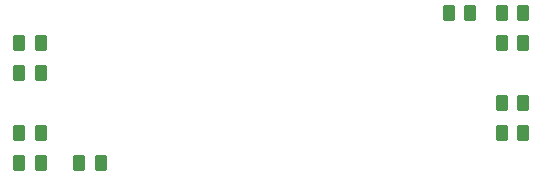
<source format=gbr>
%TF.GenerationSoftware,KiCad,Pcbnew,7.0.6*%
%TF.CreationDate,2023-12-17T00:49:34+09:00*%
%TF.ProjectId,MotorDriver_TB6612FNG_20230704,4d6f746f-7244-4726-9976-65725f544236,rev?*%
%TF.SameCoordinates,Original*%
%TF.FileFunction,Paste,Top*%
%TF.FilePolarity,Positive*%
%FSLAX46Y46*%
G04 Gerber Fmt 4.6, Leading zero omitted, Abs format (unit mm)*
G04 Created by KiCad (PCBNEW 7.0.6) date 2023-12-17 00:49:34*
%MOMM*%
%LPD*%
G01*
G04 APERTURE LIST*
G04 Aperture macros list*
%AMRoundRect*
0 Rectangle with rounded corners*
0 $1 Rounding radius*
0 $2 $3 $4 $5 $6 $7 $8 $9 X,Y pos of 4 corners*
0 Add a 4 corners polygon primitive as box body*
4,1,4,$2,$3,$4,$5,$6,$7,$8,$9,$2,$3,0*
0 Add four circle primitives for the rounded corners*
1,1,$1+$1,$2,$3*
1,1,$1+$1,$4,$5*
1,1,$1+$1,$6,$7*
1,1,$1+$1,$8,$9*
0 Add four rect primitives between the rounded corners*
20,1,$1+$1,$2,$3,$4,$5,0*
20,1,$1+$1,$4,$5,$6,$7,0*
20,1,$1+$1,$6,$7,$8,$9,0*
20,1,$1+$1,$8,$9,$2,$3,0*%
G04 Aperture macros list end*
%ADD10RoundRect,0.250000X0.262500X0.450000X-0.262500X0.450000X-0.262500X-0.450000X0.262500X-0.450000X0*%
%ADD11RoundRect,0.250000X-0.262500X-0.450000X0.262500X-0.450000X0.262500X0.450000X-0.262500X0.450000X0*%
G04 APERTURE END LIST*
D10*
%TO.C,R5*%
X125762500Y-100070000D03*
X123937500Y-100070000D03*
%TD*%
%TO.C,R4*%
X125762500Y-102610000D03*
X123937500Y-102610000D03*
%TD*%
D11*
%TO.C,R8*%
X83070500Y-105150000D03*
X84895500Y-105150000D03*
%TD*%
D10*
%TO.C,R2*%
X125762500Y-94990000D03*
X123937500Y-94990000D03*
%TD*%
%TO.C,R3*%
X125762500Y-92450000D03*
X123937500Y-92450000D03*
%TD*%
D11*
%TO.C,R9*%
X83070500Y-94990000D03*
X84895500Y-94990000D03*
%TD*%
%TO.C,R10*%
X83070500Y-97530000D03*
X84895500Y-97530000D03*
%TD*%
D10*
%TO.C,R6*%
X89975500Y-105150000D03*
X88150500Y-105150000D03*
%TD*%
D11*
%TO.C,R1*%
X119437500Y-92450000D03*
X121262500Y-92450000D03*
%TD*%
%TO.C,R7*%
X83070500Y-102610000D03*
X84895500Y-102610000D03*
%TD*%
M02*

</source>
